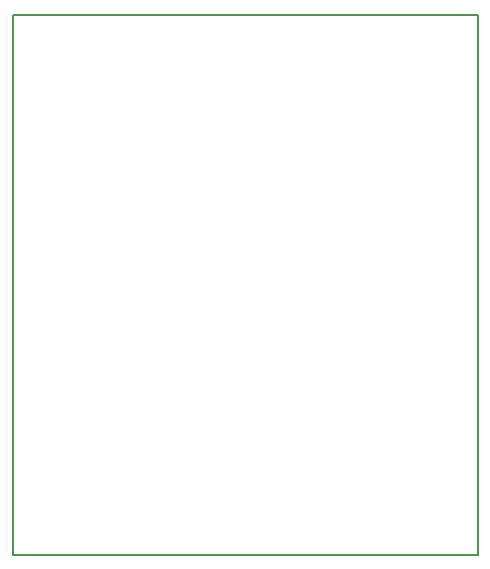
<source format=gbr>
G04 #@! TF.FileFunction,Profile,NP*
%FSLAX46Y46*%
G04 Gerber Fmt 4.6, Leading zero omitted, Abs format (unit mm)*
G04 Created by KiCad (PCBNEW 4.0.5) date 05/18/17 11:07:14*
%MOMM*%
%LPD*%
G01*
G04 APERTURE LIST*
%ADD10C,0.100000*%
%ADD11C,0.150000*%
G04 APERTURE END LIST*
D10*
D11*
X63500000Y-93980000D02*
X63500000Y-48260000D01*
X102870000Y-93980000D02*
X63500000Y-93980000D01*
X102870000Y-48260000D02*
X102870000Y-93980000D01*
X63500000Y-48260000D02*
X102870000Y-48260000D01*
M02*

</source>
